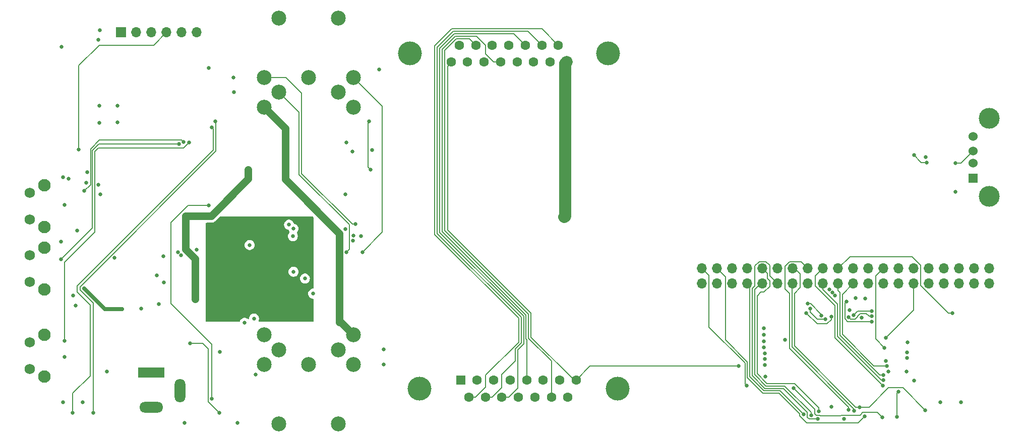
<source format=gbr>
%TF.GenerationSoftware,KiCad,Pcbnew,8.0.6*%
%TF.CreationDate,2024-10-18T08:00:21+02:00*%
%TF.ProjectId,key800,6b657938-3030-42e6-9b69-6361645f7063,1.06*%
%TF.SameCoordinates,Original*%
%TF.FileFunction,Copper,L4,Bot*%
%TF.FilePolarity,Positive*%
%FSLAX46Y46*%
G04 Gerber Fmt 4.6, Leading zero omitted, Abs format (unit mm)*
G04 Created by KiCad (PCBNEW 8.0.6) date 2024-10-18 08:00:21*
%MOMM*%
%LPD*%
G01*
G04 APERTURE LIST*
%TA.AperFunction,ComponentPad*%
%ADD10C,2.100000*%
%TD*%
%TA.AperFunction,ComponentPad*%
%ADD11C,1.750000*%
%TD*%
%TA.AperFunction,ComponentPad*%
%ADD12O,1.700000X1.700000*%
%TD*%
%TA.AperFunction,ComponentPad*%
%ADD13R,1.700000X1.700000*%
%TD*%
%TA.AperFunction,ComponentPad*%
%ADD14C,4.000000*%
%TD*%
%TA.AperFunction,ComponentPad*%
%ADD15R,1.600000X1.600000*%
%TD*%
%TA.AperFunction,ComponentPad*%
%ADD16C,1.600000*%
%TD*%
%TA.AperFunction,ComponentPad*%
%ADD17C,2.500000*%
%TD*%
%TA.AperFunction,ComponentPad*%
%ADD18R,4.400000X1.800000*%
%TD*%
%TA.AperFunction,ComponentPad*%
%ADD19O,4.000000X1.800000*%
%TD*%
%TA.AperFunction,ComponentPad*%
%ADD20O,1.800000X4.000000*%
%TD*%
%TA.AperFunction,ComponentPad*%
%ADD21R,1.524000X1.524000*%
%TD*%
%TA.AperFunction,ComponentPad*%
%ADD22C,1.524000*%
%TD*%
%TA.AperFunction,ComponentPad*%
%ADD23C,3.500000*%
%TD*%
%TA.AperFunction,ViaPad*%
%ADD24C,0.660400*%
%TD*%
%TA.AperFunction,Conductor*%
%ADD25C,2.000000*%
%TD*%
%TA.AperFunction,Conductor*%
%ADD26C,0.203200*%
%TD*%
%TA.AperFunction,Conductor*%
%ADD27C,1.270000*%
%TD*%
%TA.AperFunction,Conductor*%
%ADD28C,0.700000*%
%TD*%
G04 APERTURE END LIST*
D10*
%TO.P,SW1,*%
%TO.N,*%
X-40593000Y-70259000D03*
X-40593000Y-63249000D03*
D11*
%TO.P,SW1,1,A*%
%TO.N,GND*%
X-43083000Y-69009000D03*
%TO.P,SW1,2,B*%
%TO.N,BTN1*%
X-43083000Y-64509000D03*
%TD*%
D12*
%TO.P,P1,1,Pin_1*%
%TO.N,+3V3*%
X118100000Y-54600000D03*
%TO.P,P1,2,Pin_2*%
%TO.N,+5V*%
X118100000Y-52060000D03*
%TO.P,P1,3,Pin_3*%
%TO.N,/GPIO2_Q00*%
X115560000Y-54600000D03*
%TO.P,P1,4,Pin_4*%
%TO.N,+5V*%
X115560000Y-52060000D03*
%TO.P,P1,5,Pin_5*%
%TO.N,/GPIO3_Q01*%
X113020000Y-54600000D03*
%TO.P,P1,6,Pin_6*%
%TO.N,GND*%
X113020000Y-52060000D03*
%TO.P,P1,7,Pin_7*%
%TO.N,/GPIO4_Q02*%
X110480000Y-54600000D03*
%TO.P,P1,8,Pin_8*%
%TO.N,PI_TxD*%
X110480000Y-52060000D03*
%TO.P,P1,9,Pin_9*%
%TO.N,GND*%
X107940000Y-54600000D03*
%TO.P,P1,10,Pin_10*%
%TO.N,PI_RxD*%
X107940000Y-52060000D03*
%TO.P,P1,11,Pin_11*%
%TO.N,/GPIO17_psync*%
X105400000Y-54600000D03*
%TO.P,P1,12,Pin_12*%
%TO.N,/GPIO18_Version*%
X105400000Y-52060000D03*
%TO.P,P1,13,Pin_13*%
%TO.N,/GPIO27_genlock*%
X102860000Y-54600000D03*
%TO.P,P1,14,Pin_14*%
%TO.N,GND*%
X102860000Y-52060000D03*
%TO.P,P1,15,Pin_15*%
%TO.N,/GPIO22_analog*%
X100320000Y-54600000D03*
%TO.P,P1,16,Pin_16*%
%TO.N,/GPIO23_csync*%
X100320000Y-52060000D03*
%TO.P,P1,17,Pin_17*%
%TO.N,+3V3*%
X97780000Y-54600000D03*
%TO.P,P1,18,Pin_18*%
%TO.N,/GPIO24_mux*%
X97780000Y-52060000D03*
%TO.P,P1,19,Pin_19*%
%TO.N,/GPIO10_Q08*%
X95240000Y-54600000D03*
%TO.P,P1,20,Pin_20*%
%TO.N,GND*%
X95240000Y-52060000D03*
%TO.P,P1,21,Pin_21*%
%TO.N,/GPIO9_Q07*%
X92700000Y-54600000D03*
%TO.P,P1,22,Pin_22*%
%TO.N,/GPIO25_mode7*%
X92700000Y-52060000D03*
%TO.P,P1,23,Pin_23*%
%TO.N,/GPIO11_Q09*%
X90160000Y-54600000D03*
%TO.P,P1,24,Pin_24*%
%TO.N,/GPIO8_Q06*%
X90160000Y-52060000D03*
%TO.P,P1,25,Pin_25*%
%TO.N,GND*%
X87620000Y-54600000D03*
%TO.P,P1,26,Pin_26*%
%TO.N,/GPIO7_Q05*%
X87620000Y-52060000D03*
%TO.P,P1,27,Pin_27*%
%TO.N,/GPIO0_sp_data*%
X85080000Y-54600000D03*
%TO.P,P1,28,Pin_28*%
%TO.N,/GPIO1_sp_clken*%
X85080000Y-52060000D03*
%TO.P,P1,29,Pin_29*%
%TO.N,/GPIO5_Q03*%
X82540000Y-54600000D03*
%TO.P,P1,30,Pin_30*%
%TO.N,GND*%
X82540000Y-52060000D03*
%TO.P,P1,31,Pin_31*%
%TO.N,/GPIO6_Q04*%
X80000000Y-54600000D03*
%TO.P,P1,32,Pin_32*%
%TO.N,/GPIO12_Q10*%
X80000000Y-52060000D03*
%TO.P,P1,33,Pin_33*%
%TO.N,/GPIO13_Q11*%
X77460000Y-54600000D03*
%TO.P,P1,34,Pin_34*%
%TO.N,GND*%
X77460000Y-52060000D03*
%TO.P,P1,35,Pin_35*%
%TO.N,BTN3*%
X74920000Y-54600000D03*
%TO.P,P1,36,Pin_36*%
%TO.N,BTN1*%
X74920000Y-52060000D03*
%TO.P,P1,37,Pin_37*%
%TO.N,BTN2*%
X72380000Y-54600000D03*
%TO.P,P1,38,Pin_38*%
%TO.N,/GPIO20_sp_clk*%
X72380000Y-52060000D03*
%TO.P,P1,39,Pin_39*%
%TO.N,GND*%
X69840000Y-54600000D03*
%TO.P,P1,40,Pin_40*%
%TO.N,/GPIO21_clk*%
X69840000Y-52060000D03*
%TD*%
D13*
%TO.P,J3,1,Pin_1*%
%TO.N,+3V3*%
X-27716000Y-12367000D03*
D12*
%TO.P,J3,2,Pin_2*%
%TO.N,ESP32_TXD*%
X-25176000Y-12367000D03*
%TO.P,J3,3,Pin_3*%
%TO.N,ESP32_RXD*%
X-22636000Y-12367000D03*
%TO.P,J3,4,Pin_4*%
%TO.N,ESP32_IO0*%
X-20096000Y-12367000D03*
%TO.P,J3,5,Pin_5*%
%TO.N,ESP32_EN*%
X-17556000Y-12367000D03*
%TO.P,J3,6,Pin_6*%
%TO.N,GND*%
X-15016000Y-12367000D03*
%TD*%
D14*
%TO.P,J6,0,PAD*%
%TO.N,GND*%
X22352000Y-72270000D03*
X55652000Y-72270000D03*
D15*
%TO.P,J6,1,1*%
%TO.N,Net-(D13-A)*%
X29307000Y-70850000D03*
D16*
%TO.P,J6,2,2*%
%TO.N,GND*%
X32077000Y-70850000D03*
%TO.P,J6,3,3*%
%TO.N,unconnected-(J6-Pad3)*%
X34847000Y-70850000D03*
%TO.P,J6,4,4*%
%TO.N,unconnected-(J6-Pad4)*%
X37617000Y-70850000D03*
%TO.P,J6,5,5*%
%TO.N,/Video*%
X40387000Y-70850000D03*
%TO.P,J6,6,6*%
%TO.N,unconnected-(J6-Pad6)*%
X43157000Y-70850000D03*
%TO.P,J6,7,7*%
%TO.N,GND*%
X45927000Y-70850000D03*
%TO.P,J6,8,8*%
%TO.N,/SYNC*%
X48697000Y-70850000D03*
%TO.P,J6,9,P9*%
%TO.N,/B3*%
X30692000Y-73690000D03*
%TO.P,J6,10,P10*%
%TO.N,/G3*%
X33462000Y-73690000D03*
%TO.P,J6,11,P111*%
%TO.N,/R3*%
X36232000Y-73690000D03*
%TO.P,J6,12,P12*%
%TO.N,unconnected-(J6-P12-Pad12)*%
X39002000Y-73690000D03*
%TO.P,J6,13,P13*%
%TO.N,unconnected-(J6-P13-Pad13)*%
X41772000Y-73690000D03*
%TO.P,J6,14,P14*%
%TO.N,/LF*%
X44542000Y-73690000D03*
%TO.P,J6,15,P15*%
%TO.N,unconnected-(J6-P15-Pad15)*%
X47312000Y-73690000D03*
%TD*%
D10*
%TO.P,SW3,*%
%TO.N,*%
X-40593000Y-55600000D03*
X-40593000Y-48590000D03*
D11*
%TO.P,SW3,1,A*%
%TO.N,GND*%
X-43083000Y-54350000D03*
%TO.P,SW3,2,B*%
%TO.N,BTN3*%
X-43083000Y-49850000D03*
%TD*%
D10*
%TO.P,SW2,*%
%TO.N,*%
X-40593000Y-45100000D03*
X-40593000Y-38090000D03*
D11*
%TO.P,SW2,1,A*%
%TO.N,GND*%
X-43083000Y-43850000D03*
%TO.P,SW2,2,B*%
%TO.N,BTN2*%
X-43083000Y-39350000D03*
%TD*%
D14*
%TO.P,J4,0,PAD*%
%TO.N,GND*%
X54042000Y-15930000D03*
X20742000Y-15930000D03*
D15*
%TO.P,J4,1,1*%
%TO.N,+24V*%
X47087000Y-17350000D03*
D16*
%TO.P,J4,2,2*%
%TO.N,GND*%
X44317000Y-17350000D03*
%TO.P,J4,3,3*%
%TO.N,unconnected-(J4-Pad3)*%
X41547000Y-17350000D03*
%TO.P,J4,4,4*%
%TO.N,unconnected-(J4-Pad4)*%
X38777000Y-17350000D03*
%TO.P,J4,5,5*%
%TO.N,/Video*%
X36007000Y-17350000D03*
%TO.P,J4,6,6*%
%TO.N,unconnected-(J4-Pad6)*%
X33237000Y-17350000D03*
%TO.P,J4,7,7*%
%TO.N,GND*%
X30467000Y-17350000D03*
%TO.P,J4,8,8*%
%TO.N,/SYNC*%
X27697000Y-17350000D03*
%TO.P,J4,9,P9*%
%TO.N,/B3*%
X45702000Y-14510000D03*
%TO.P,J4,10,P10*%
%TO.N,/G3*%
X42932000Y-14510000D03*
%TO.P,J4,11,P111*%
%TO.N,/R3*%
X40162000Y-14510000D03*
%TO.P,J4,12,P12*%
%TO.N,unconnected-(J4-P12-Pad12)*%
X37392000Y-14510000D03*
%TO.P,J4,13,P13*%
%TO.N,unconnected-(J4-P13-Pad13)*%
X34622000Y-14510000D03*
%TO.P,J4,14,P14*%
%TO.N,/LF*%
X31852000Y-14510000D03*
%TO.P,J4,15,P15*%
%TO.N,unconnected-(J4-P15-Pad15)*%
X29082000Y-14510000D03*
%TD*%
D17*
%TO.P,J1,1*%
%TO.N,/Keyboard/TxD_IN*%
X11300000Y-68231500D03*
%TO.P,J1,2*%
%TO.N,GND*%
X3800000Y-68231500D03*
%TO.P,J1,3*%
%TO.N,/Keyboard/RxD_IN*%
X-3700000Y-68231500D03*
%TO.P,J1,4*%
%TO.N,/Keyboard/TRxC_IN*%
X8800000Y-65731500D03*
%TO.P,J1,5*%
%TO.N,Net-(Q2-D)*%
X-1200000Y-65731500D03*
%TO.P,J1,6*%
%TO.N,+12V*%
X11300000Y-63231500D03*
%TO.P,J1,7*%
%TO.N,Net-(Q1-D)*%
X-3700000Y-63231500D03*
%TO.P,J1,8*%
%TO.N,N/C*%
X-1200000Y-78231500D03*
X8800000Y-78231500D03*
%TD*%
%TO.P,J2,1*%
%TO.N,/Keyboard/TxD_OUT*%
X-3702000Y-19939000D03*
%TO.P,J2,2*%
%TO.N,GND*%
X3798000Y-19939000D03*
%TO.P,J2,3*%
%TO.N,/Keyboard/RxD_OUT*%
X11298000Y-19939000D03*
%TO.P,J2,4*%
%TO.N,/Keyboard/TRxC_OUT*%
X-1202000Y-22439000D03*
%TO.P,J2,5*%
%TO.N,Net-(Q4-D)*%
X8798000Y-22439000D03*
%TO.P,J2,6*%
%TO.N,+12V*%
X-3702000Y-24939000D03*
%TO.P,J2,7*%
%TO.N,Net-(Q3-D)*%
X11298000Y-24939000D03*
%TO.P,J2,8*%
%TO.N,N/C*%
X8798000Y-9939000D03*
X-1202000Y-9939000D03*
%TD*%
D18*
%TO.P,J5,1*%
%TO.N,Net-(D14-A)*%
X-22650000Y-69600000D03*
D19*
%TO.P,J5,2*%
%TO.N,GND*%
X-22650000Y-75400000D03*
D20*
%TO.P,J5,3*%
%TO.N,unconnected-(J5-Pad3)*%
X-17850000Y-72600000D03*
%TD*%
D21*
%TO.P,USB1,1,VBUS*%
%TO.N,Net-(U2-VBUS)*%
X115350000Y-36850000D03*
D22*
%TO.P,USB1,2,D-*%
%TO.N,Net-(USB1-D-)*%
X115350000Y-34350000D03*
%TO.P,USB1,3,D+*%
%TO.N,Net-(USB1-D+)*%
X115350000Y-32350000D03*
%TO.P,USB1,4,GND*%
%TO.N,GND*%
X115350000Y-29850000D03*
D23*
%TO.P,USB1,5,Shield*%
X118060000Y-39920000D03*
X118060000Y-26780000D03*
%TD*%
D24*
%TO.N,/SYNC*%
X75979500Y-68501000D03*
%TO.N,/SPDATA*%
X102840000Y-72819000D03*
X102586000Y-77010000D03*
%TO.N,/SPCLK*%
X100109500Y-77073504D03*
X85239478Y-72195022D03*
%TO.N,/R3*%
X87600000Y-57960000D03*
X89900939Y-59970488D03*
%TO.N,/G3*%
X87981000Y-58849000D03*
X90562998Y-60605498D03*
%TO.N,/B3*%
X91547500Y-60172000D03*
X87346000Y-59547500D03*
%TO.N,/GPIO25_mode7*%
X111850000Y-59600000D03*
%TO.N,/GPIO0_sp_data*%
X95409252Y-76014717D03*
%TO.N,/GPIO20_sp_clk*%
X97147500Y-76905500D03*
%TO.N,/GPIO1_sp_clken*%
X107348500Y-75930500D03*
X96263733Y-75379707D03*
%TO.N,/GPIO17_psync*%
X100744500Y-63738500D03*
%TO.N,/GPIO21_clk*%
X77376500Y-71803000D03*
%TO.N,/GPIO2_Q00*%
X98370550Y-60990285D03*
X94100000Y-57600000D03*
%TO.N,/GPIO3_Q01*%
X98347211Y-60126989D03*
X94458000Y-60246000D03*
%TO.N,/GPIO4_Q02*%
X95305888Y-59894112D03*
X98331500Y-59230000D03*
%TO.N,/GPIO10_Q08*%
X100910069Y-68458532D03*
%TO.N,/GPIO9_Q07*%
X100305520Y-69996638D03*
%TO.N,/GPIO11_Q09*%
X100253712Y-70858685D03*
%TO.N,/GPIO8_Q06*%
X100236500Y-71739500D03*
%TO.N,/GPIO7_Q05*%
X94424985Y-75859082D03*
%TO.N,/GPIO5_Q03*%
X89297432Y-77390990D03*
%TO.N,/GPIO6_Q04*%
X88147139Y-76726714D03*
%TO.N,/GPIO12_Q10*%
X89417150Y-76120978D03*
%TO.N,/GPIO13_Q11*%
X86877127Y-76556929D03*
%TO.N,/GPIO23_csync*%
X100490500Y-65389500D03*
%TO.N,GND*%
X112373000Y-39195000D03*
X107420000Y-33353000D03*
X-35336000Y-58341000D03*
X-17048000Y-78026000D03*
X91700269Y-56145728D03*
X-28351000Y-24686000D03*
X-31399000Y-24686000D03*
X-17650004Y-49850004D03*
X105443500Y-70914000D03*
X92146579Y-56643759D03*
X-24350500Y-58849000D03*
X-18150000Y-49350004D03*
X-21366000Y-58087000D03*
X109850000Y-74600000D03*
X113350000Y-74600000D03*
X100682256Y-67625510D03*
X104300500Y-67104000D03*
X80424500Y-68310500D03*
X-37467000Y-36723000D03*
X-8158000Y-78026000D03*
X16400000Y-68200000D03*
X-5400000Y-60500000D03*
X-37749000Y-14780000D03*
X482498Y-44706349D03*
X104364000Y-64500500D03*
X-35082000Y-45704500D03*
X12600000Y-46600000D03*
X95664500Y-57071000D03*
X-33431000Y-35862000D03*
X-20543600Y-54392107D03*
X-37495000Y-74597000D03*
X9931729Y-39616271D03*
X11248068Y-47419000D03*
X-31208500Y-39608500D03*
X1240000Y-52626000D03*
X91192269Y-55637728D03*
X80361000Y-66342000D03*
X-31526000Y-13637000D03*
X-28800000Y-50300000D03*
X104300500Y-66151500D03*
X104173500Y-69390000D03*
X80234000Y-62151000D03*
X-21747000Y-53197500D03*
X80234008Y-63230500D03*
X80492513Y-70274487D03*
X-5150000Y-69929720D03*
X97260199Y-57134500D03*
X80234002Y-64309998D03*
X-6951500Y-61198500D03*
X-30129000Y-69390000D03*
X-35780500Y-56626500D03*
X93721421Y-77390990D03*
X-28351000Y-27480000D03*
X96670789Y-60320865D03*
X80424500Y-67294500D03*
X91547498Y-75335803D03*
X16400000Y-65700000D03*
X-20650000Y-50005000D03*
X-31399000Y-27607000D03*
X80234000Y-65326000D03*
X-34150000Y-74600000D03*
X15600000Y-18600000D03*
X-15031590Y-48943000D03*
X-8753000Y-22400000D03*
X-8880000Y-19987000D03*
X-12984000Y-18336000D03*
%TO.N,+5V*%
X-6380000Y-35481000D03*
X14194000Y-35481000D03*
X-15300000Y-57228000D03*
X13940000Y-27353000D03*
%TO.N,+24V*%
X46833000Y-40307000D03*
X46706000Y-43412500D03*
X46833000Y-41704000D03*
%TO.N,Net-(U7-VO)*%
X-9150000Y-49850000D03*
X-11400000Y-49600000D03*
X-12900000Y-55100000D03*
X-12900000Y-50100000D03*
X-12900000Y-59100000D03*
X-10900000Y-56100000D03*
X-6900000Y-57100000D03*
X-12800000Y-51800000D03*
X-11400000Y-47100000D03*
X-7400000Y-51600000D03*
X-8900000Y-58100000D03*
X-7900000Y-50100000D03*
X-4900000Y-55600000D03*
X-11900000Y-51600000D03*
X-4900000Y-51600000D03*
X-10900000Y-50600000D03*
X-10900000Y-58100000D03*
X-8900000Y-59100000D03*
X-12900000Y-57100000D03*
X-12900000Y-48100000D03*
X-6900000Y-58100000D03*
X-11400000Y-48100000D03*
X-6900000Y-56100000D03*
X-12900000Y-47100000D03*
X-12900000Y-56100000D03*
X-5900000Y-55100000D03*
X-10900000Y-51800000D03*
X-12900000Y-49100000D03*
X-6900000Y-54100000D03*
X-4900000Y-54100000D03*
X-10900000Y-57100000D03*
X-8900000Y-57100000D03*
X-10900000Y-55100000D03*
X-8900000Y-56100000D03*
X-10400000Y-49600000D03*
X-11900000Y-50600000D03*
X-10900000Y-54100000D03*
X-12900000Y-58100000D03*
X-10900000Y-59100000D03*
X-6900000Y-59100000D03*
X-12900000Y-54100000D03*
%TO.N,+3V3*%
X-11150000Y-66100000D03*
X-36542500Y-37005000D03*
X11146001Y-32433001D03*
X9978067Y-45417367D03*
X10130000Y-30909000D03*
X3145000Y-53769000D03*
X-37812500Y-47546000D03*
X14448000Y-32179000D03*
X-37241000Y-66977000D03*
X-6126000Y-48117500D03*
X1113000Y-46657000D03*
X94600000Y-59100000D03*
X1240000Y-45387000D03*
X-31574480Y-37972520D03*
X11281949Y-46556063D03*
X83758250Y-64087750D03*
X-33557998Y-37640000D03*
X101153137Y-69361637D03*
X4542000Y-56309000D03*
X-31282190Y-11996190D03*
X-37177500Y-41386500D03*
%TO.N,Net-(D3-A)*%
X-32400000Y-76350000D03*
X-11900000Y-27350000D03*
%TO.N,Net-(D5-A)*%
X-12476000Y-28369000D03*
X-35844000Y-76375000D03*
%TO.N,Net-(D7-A)*%
X-11206000Y-76375000D03*
X-16159000Y-64691000D03*
%TO.N,ESP32_IO0*%
X-34828000Y-32052000D03*
%TO.N,Net-(D9-A)*%
X-12984000Y-41450000D03*
X-12476000Y-73962000D03*
%TO.N,/Keyboard/TRxC_OUT*%
X10130000Y-49324000D03*
%TO.N,/Keyboard/RxD_OUT*%
X12797000Y-49324000D03*
%TO.N,/Keyboard/TxD_OUT*%
X11653998Y-44625000D03*
%TO.N,/Keyboard/USB_D+*%
X107547000Y-34242000D03*
X105416718Y-33000718D03*
%TO.N,Net-(U6-EN)*%
X-33939000Y-55420000D03*
X-27525500Y-58912500D03*
%TO.N,Net-(USB1-D+)*%
X112365000Y-34338000D03*
%TO.N,BTN3*%
X-18000000Y-31164990D03*
X-37800000Y-50500000D03*
%TO.N,BTN1*%
X-37200000Y-64200000D03*
X-16300000Y-30900000D03*
%TO.N,BTN2*%
X-33900000Y-39000000D03*
X-17234233Y-30765708D03*
%TD*%
D25*
%TO.N,+24V*%
X47087000Y-17350000D02*
X46833000Y-17604000D01*
X46833000Y-17604000D02*
X46833000Y-43285500D01*
X46833000Y-43285500D02*
X46706000Y-43412500D01*
D26*
%TO.N,/SYNC*%
X48350000Y-70850000D02*
X41100000Y-63600000D01*
X27100000Y-18100000D02*
X27697000Y-17503000D01*
X27697000Y-17503000D02*
X27697000Y-17350000D01*
X51046000Y-68501000D02*
X75979500Y-68501000D01*
X41100000Y-63600000D02*
X41100000Y-59600000D01*
X27100000Y-45600000D02*
X27100000Y-18100000D01*
X41100000Y-59600000D02*
X27100000Y-45600000D01*
X48697000Y-70850000D02*
X51046000Y-68501000D01*
X48697000Y-70850000D02*
X48350000Y-70850000D01*
%TO.N,/SPDATA*%
X102586000Y-77010000D02*
X102586000Y-73073000D01*
X102586000Y-73073000D02*
X102840000Y-72819000D01*
%TO.N,/SPCLK*%
X96842699Y-76270499D02*
X96357209Y-76755989D01*
X96357209Y-76755989D02*
X93243742Y-76755989D01*
X89729235Y-76882989D02*
X89602234Y-76755988D01*
X93243742Y-76755989D02*
X93116742Y-76882989D01*
X89602234Y-76755988D02*
X88992630Y-76755988D01*
X88782140Y-76545498D02*
X88782140Y-75737684D01*
X100109500Y-77073504D02*
X99306495Y-76270499D01*
X93116742Y-76882989D02*
X89729235Y-76882989D01*
X99306495Y-76270499D02*
X96842699Y-76270499D01*
X88992630Y-76755988D02*
X88782140Y-76545498D01*
X88782140Y-75737684D02*
X85239478Y-72195022D01*
%TO.N,/R3*%
X38244380Y-12592380D02*
X40162000Y-14510000D01*
X39912822Y-64759680D02*
X39912822Y-64137074D01*
X25779381Y-15028011D02*
X28215012Y-12592380D01*
X89900939Y-59793966D02*
X89900939Y-59970488D01*
X88066973Y-57960000D02*
X89900939Y-59793966D01*
X87600000Y-57960000D02*
X88066973Y-57960000D01*
X39912822Y-64137074D02*
X39880768Y-64105020D01*
X25779381Y-46003633D02*
X25779381Y-15028011D01*
X37363370Y-73690000D02*
X38882767Y-72170603D01*
X36232000Y-73690000D02*
X37363370Y-73690000D01*
X39880768Y-60105020D02*
X25779381Y-46003633D01*
X39880768Y-64105020D02*
X39880768Y-60105020D01*
X28215012Y-12592380D02*
X38244380Y-12592380D01*
X38882767Y-72170603D02*
X38882767Y-65789735D01*
X38882767Y-65789735D02*
X39912822Y-64759680D01*
%TO.N,/G3*%
X39506411Y-64305414D02*
X39474357Y-64273360D01*
X25372970Y-14859671D02*
X28046672Y-12185969D01*
X28046672Y-12185969D02*
X40607969Y-12185969D01*
X89165998Y-60605498D02*
X90562998Y-60605498D01*
X36165000Y-72118370D02*
X36165000Y-69898000D01*
X38476356Y-67586644D02*
X38476356Y-65621395D01*
X87981000Y-58849000D02*
X87981000Y-59420500D01*
X39506411Y-64591340D02*
X39506411Y-64305414D01*
X40607969Y-12185969D02*
X42932000Y-14510000D01*
X34593370Y-73690000D02*
X36165000Y-72118370D01*
X25372970Y-46171973D02*
X25372970Y-14859671D01*
X39474357Y-64273360D02*
X39474357Y-60273360D01*
X39474357Y-60273360D02*
X25372970Y-46171973D01*
X33462000Y-73690000D02*
X34593370Y-73690000D01*
X36165000Y-69898000D02*
X38476356Y-67586644D01*
X87981000Y-59420500D02*
X89165998Y-60605498D01*
X38476356Y-65621395D02*
X39506411Y-64591340D01*
%TO.N,/B3*%
X42971559Y-11779559D02*
X45702000Y-14510000D01*
X91547500Y-60638973D02*
X91547500Y-60172000D01*
X30285665Y-11779555D02*
X30285668Y-11779558D01*
X89160002Y-61361502D02*
X90824971Y-61361502D01*
X39067946Y-64441700D02*
X39067946Y-60441700D01*
X24966559Y-18553669D02*
X24966555Y-18553665D01*
X24966555Y-18553665D02*
X24966555Y-16146335D01*
X31823370Y-73690000D02*
X33498000Y-72015370D01*
X24966559Y-46340313D02*
X24966559Y-18553669D01*
X90824971Y-61361502D02*
X91547500Y-60638973D01*
X87346000Y-59547500D02*
X89160002Y-61361502D01*
X24966555Y-16146335D02*
X24966559Y-16146331D01*
X27878335Y-11779555D02*
X30285665Y-11779555D01*
X30285668Y-11779558D02*
X42971559Y-11779559D01*
X39067946Y-60441700D02*
X24966559Y-46340313D01*
X33498000Y-70025000D02*
X39074624Y-64448378D01*
X33498000Y-72015370D02*
X33498000Y-70025000D01*
X39074624Y-64448378D02*
X39067946Y-64441700D01*
X24966559Y-16146331D02*
X24966559Y-14658689D01*
X27878331Y-11779559D02*
X27878335Y-11779555D01*
X24966559Y-14658689D02*
X27845690Y-11779558D01*
X30692000Y-73690000D02*
X31823370Y-73690000D01*
X27845690Y-11779558D02*
X27878331Y-11779559D01*
%TO.N,/GPIO25_mode7*%
X106554801Y-51505695D02*
X105149106Y-50100000D01*
X105149106Y-50100000D02*
X94660000Y-50100000D01*
X111850000Y-59600000D02*
X111230894Y-59600000D01*
X111230894Y-59600000D02*
X106554801Y-54923907D01*
X106554801Y-54923907D02*
X106554801Y-51505695D01*
X94660000Y-50100000D02*
X92700000Y-52060000D01*
%TO.N,/GPIO0_sp_data*%
X95409252Y-75734003D02*
X95409252Y-76014717D01*
X84943589Y-65268340D02*
X95409252Y-75734003D01*
X84943589Y-54736411D02*
X84943589Y-65268340D01*
X85080000Y-54600000D02*
X84943589Y-54736411D01*
%TO.N,/GPIO20_sp_clk*%
X87411307Y-78026000D02*
X96027000Y-78026000D01*
X73765199Y-64056962D02*
X77465356Y-67757119D01*
X80075083Y-73054087D02*
X82762326Y-73054087D01*
X72380000Y-52060000D02*
X73765199Y-53445199D01*
X77465356Y-70444360D02*
X80075083Y-73054087D01*
X77465356Y-67757119D02*
X77465356Y-70444360D01*
X82762326Y-73054087D02*
X86242117Y-76533880D01*
X86242117Y-76856810D02*
X87411307Y-78026000D01*
X86242117Y-76533880D02*
X86242117Y-76856810D01*
X73765199Y-53445199D02*
X73765199Y-64056962D01*
X96027000Y-78026000D02*
X97147500Y-76905500D01*
%TO.N,/GPIO1_sp_clken*%
X107348500Y-75930500D02*
X103555200Y-72137200D01*
X97892188Y-75379707D02*
X96263733Y-75379707D01*
X85080000Y-52060000D02*
X85383000Y-52060000D01*
X86330000Y-55293000D02*
X85350000Y-56273000D01*
X103555200Y-72137200D02*
X101134695Y-72137200D01*
X85350000Y-65100000D02*
X95629707Y-75379707D01*
X86330000Y-53007000D02*
X86330000Y-55293000D01*
X85350000Y-56273000D02*
X85350000Y-65100000D01*
X101134695Y-72137200D02*
X97892188Y-75379707D01*
X95629707Y-75379707D02*
X96263733Y-75379707D01*
X85383000Y-52060000D02*
X86330000Y-53007000D01*
%TO.N,/GPIO17_psync*%
X100744500Y-63738500D02*
X105400000Y-59083000D01*
X105400000Y-59083000D02*
X105400000Y-54600000D01*
%TO.N,/GPIO21_clk*%
X70994801Y-61928801D02*
X77058946Y-67992946D01*
X70994801Y-53214801D02*
X70994801Y-61928801D01*
X69840000Y-52060000D02*
X70994801Y-53214801D01*
X77058946Y-67992946D02*
X77058946Y-71485446D01*
X77058946Y-71485446D02*
X77376500Y-71803000D01*
%TO.N,/GPIO2_Q00*%
X93822999Y-57877001D02*
X93822999Y-60550801D01*
X93822999Y-60550801D02*
X94262483Y-60990285D01*
X94262483Y-60990285D02*
X98370550Y-60990285D01*
X94100000Y-57600000D02*
X93822999Y-57877001D01*
%TO.N,/GPIO3_Q01*%
X97880238Y-60126989D02*
X98347211Y-60126989D01*
X94788199Y-60576199D02*
X95563603Y-60576199D01*
X95563603Y-60576199D02*
X95940889Y-60198913D01*
X94458000Y-60246000D02*
X94788199Y-60576199D01*
X95940889Y-60198913D02*
X95940889Y-60099861D01*
X95940889Y-60099861D02*
X96354894Y-59685856D01*
X96354894Y-59685856D02*
X97439105Y-59685856D01*
X97439105Y-59685856D02*
X97880238Y-60126989D01*
%TO.N,/GPIO4_Q02*%
X98331500Y-59230000D02*
X95970000Y-59230000D01*
X95970000Y-59230000D02*
X95305888Y-59894112D01*
%TO.N,/GPIO10_Q08*%
X93401735Y-63151735D02*
X98708532Y-68458532D01*
X95240000Y-54600000D02*
X93401735Y-56438265D01*
X93401735Y-56438265D02*
X93401735Y-63151735D01*
X98708532Y-68458532D02*
X100910069Y-68458532D01*
%TO.N,/GPIO9_Q07*%
X100305520Y-69996638D02*
X99671887Y-69996638D01*
X92700000Y-55802081D02*
X92700000Y-54600000D01*
X92995324Y-56097405D02*
X92700000Y-55802081D01*
X99671887Y-69996638D02*
X92995324Y-63320075D01*
X92995324Y-63320075D02*
X92995324Y-56097405D01*
%TO.N,/GPIO11_Q09*%
X100253712Y-70858685D02*
X99959183Y-70858685D01*
X90160000Y-55596982D02*
X90160000Y-54600000D01*
X99959183Y-70858685D02*
X92588913Y-63488415D01*
X92588913Y-63488415D02*
X92588913Y-58025895D01*
X92588913Y-58025895D02*
X90160000Y-55596982D01*
%TO.N,/GPIO8_Q06*%
X88870000Y-55019106D02*
X88870000Y-53350000D01*
X92182502Y-58331608D02*
X88870000Y-55019106D01*
X92182502Y-63685502D02*
X92182502Y-58331608D01*
X88870000Y-53350000D02*
X90160000Y-52060000D01*
X100236500Y-71739500D02*
X92182502Y-63685502D01*
%TO.N,/GPIO7_Q05*%
X94424985Y-75424985D02*
X94424985Y-75859082D01*
X87620000Y-52060000D02*
X86465199Y-50905199D01*
X86465199Y-50905199D02*
X84525695Y-50905199D01*
X84537178Y-65537178D02*
X94424985Y-75424985D01*
X83764589Y-51666305D02*
X83764589Y-55514589D01*
X84537178Y-56287178D02*
X84537178Y-65537178D01*
X83764589Y-55514589D02*
X84537178Y-56287178D01*
X84525695Y-50905199D02*
X83764589Y-51666305D01*
%TO.N,/GPIO5_Q03*%
X82540000Y-54600000D02*
X81213253Y-53273253D01*
X87512129Y-76252127D02*
X87512129Y-77063318D01*
X81213253Y-51564147D02*
X80554305Y-50905199D01*
X83501267Y-72241265D02*
X87512129Y-76252127D01*
X78710000Y-51640894D02*
X78710000Y-54986299D01*
X78278178Y-55418121D02*
X78278178Y-70107680D01*
X80554305Y-50905199D02*
X79445695Y-50905199D01*
X81213253Y-53273253D02*
X81213253Y-51564147D01*
X80411763Y-72241265D02*
X83501267Y-72241265D01*
X79445695Y-50905199D02*
X78710000Y-51640894D01*
X87512129Y-77063318D02*
X87839801Y-77390990D01*
X78278178Y-70107680D02*
X80411763Y-72241265D01*
X78710000Y-54986299D02*
X78278178Y-55418121D01*
X87839801Y-77390990D02*
X89297432Y-77390990D01*
%TO.N,/GPIO6_Q04*%
X78684589Y-69939340D02*
X80580103Y-71834854D01*
X88147139Y-76259741D02*
X88147139Y-76726714D01*
X79671050Y-54600000D02*
X78684589Y-55586461D01*
X78684589Y-55586461D02*
X78684589Y-69939340D01*
X80580103Y-71834854D02*
X83722252Y-71834854D01*
X80000000Y-54600000D02*
X79671050Y-54600000D01*
X83722252Y-71834854D02*
X88147139Y-76259741D01*
%TO.N,/GPIO12_Q10*%
X81250000Y-55059106D02*
X80254106Y-56055000D01*
X79091000Y-56690000D02*
X79091000Y-69771000D01*
X79726000Y-56055000D02*
X79091000Y-56690000D01*
X80810053Y-52870053D02*
X80810053Y-53700947D01*
X81250000Y-54140894D02*
X81250000Y-55059106D01*
X85370939Y-71428443D02*
X89417150Y-75474654D01*
X80000000Y-52060000D02*
X80810053Y-52870053D01*
X89417150Y-75474654D02*
X89417150Y-76120978D01*
X80748443Y-71428443D02*
X85370939Y-71428443D01*
X80810053Y-53700947D02*
X81250000Y-54140894D01*
X80254106Y-56055000D02*
X79726000Y-56055000D01*
X79091000Y-69771000D02*
X80748443Y-71428443D01*
%TO.N,/GPIO13_Q11*%
X82967876Y-72647676D02*
X86877127Y-76556929D01*
X77871767Y-55011767D02*
X77871767Y-70276020D01*
X80243423Y-72647676D02*
X82967876Y-72647676D01*
X77871767Y-70276020D02*
X80243423Y-72647676D01*
X77460000Y-54600000D02*
X77871767Y-55011767D01*
%TO.N,/GPIO23_csync*%
X99030000Y-53350000D02*
X100320000Y-52060000D01*
X99030000Y-63929000D02*
X99030000Y-53350000D01*
X100490500Y-65389500D02*
X99030000Y-63929000D01*
D27*
%TO.N,+5V*%
X-15300000Y-57228000D02*
X-15300000Y-50470770D01*
X-15300000Y-50470770D02*
X-16921000Y-48849770D01*
X-16921000Y-48849770D02*
X-16921000Y-43228000D01*
D26*
X13736801Y-27556199D02*
X13940000Y-27353000D01*
X13736801Y-35023801D02*
X13736801Y-27556199D01*
X14194000Y-35481000D02*
X13736801Y-35023801D01*
D27*
X-6380000Y-37005000D02*
X-6380000Y-35481000D01*
X-12603000Y-43228000D02*
X-6380000Y-37005000D01*
X-16921000Y-43228000D02*
X-12603000Y-43228000D01*
D26*
%TO.N,Net-(D3-A)*%
X-11794200Y-32349160D02*
X-34593809Y-55148769D01*
X-11794200Y-27455800D02*
X-11794200Y-32349160D01*
X-11900000Y-27350000D02*
X-11794200Y-27455800D01*
X-34593809Y-55148769D02*
X-34593809Y-55691231D01*
X-34593809Y-55691231D02*
X-32400000Y-57885040D01*
X-32400000Y-57885040D02*
X-32400000Y-76350000D01*
%TO.N,Net-(D5-A)*%
X-12222000Y-32179000D02*
X-12222000Y-28623000D01*
X-35844000Y-76375000D02*
X-35844000Y-73073000D01*
X-12222000Y-28623000D02*
X-12476000Y-28369000D01*
X-35082000Y-55039000D02*
X-12222000Y-32179000D01*
X-35844000Y-73073000D02*
X-32923000Y-70152000D01*
X-32923000Y-58214000D02*
X-35082000Y-56055000D01*
X-35082000Y-56055000D02*
X-35082000Y-55039000D01*
X-32923000Y-70152000D02*
X-32923000Y-58214000D01*
%TO.N,Net-(D7-A)*%
X-13111000Y-65580000D02*
X-13111000Y-74470000D01*
X-14000000Y-64691000D02*
X-13111000Y-65580000D01*
X-16159000Y-64691000D02*
X-14000000Y-64691000D01*
X-13111000Y-74470000D02*
X-11206000Y-76375000D01*
%TO.N,ESP32_IO0*%
X-31399000Y-14526000D02*
X-22255000Y-14526000D01*
X-34828000Y-32052000D02*
X-34828000Y-17955000D01*
X-34828000Y-17955000D02*
X-31399000Y-14526000D01*
X-22255000Y-14526000D02*
X-20096000Y-12367000D01*
%TO.N,Net-(D9-A)*%
X-12476000Y-64818000D02*
X-19334000Y-57960000D01*
X-19334000Y-44311922D02*
X-16472078Y-41450000D01*
X-16472078Y-41450000D02*
X-12984000Y-41450000D01*
X-19334000Y-57960000D02*
X-19334000Y-44311922D01*
X-12476000Y-73962000D02*
X-12476000Y-64818000D01*
%TO.N,/Keyboard/TRxC_OUT*%
X10613068Y-48840932D02*
X10130000Y-49324000D01*
X10613068Y-44687818D02*
X10613068Y-48840932D01*
X2193589Y-36268340D02*
X10613068Y-44687818D01*
X-1202000Y-22439000D02*
X2193589Y-25834589D01*
X2193589Y-25834589D02*
X2193589Y-36268340D01*
%TO.N,/Keyboard/RxD_OUT*%
X16160189Y-45960811D02*
X12797000Y-49324000D01*
X11298000Y-19939000D02*
X16160189Y-24801189D01*
X16160189Y-24801189D02*
X16160189Y-45960811D01*
%TO.N,/Keyboard/TxD_OUT*%
X2600000Y-22600000D02*
X2600000Y-36100000D01*
X2600000Y-36100000D02*
X11125000Y-44625000D01*
X11125000Y-44625000D02*
X11653998Y-44625000D01*
X-61000Y-19939000D02*
X2600000Y-22600000D01*
X-3702000Y-19939000D02*
X-61000Y-19939000D01*
%TO.N,/Keyboard/USB_D+*%
X105416718Y-33000718D02*
X106658000Y-34242000D01*
X106658000Y-34242000D02*
X107547000Y-34242000D01*
D28*
%TO.N,Net-(U6-EN)*%
X-30446500Y-58912500D02*
X-27525500Y-58912500D01*
X-33939000Y-55420000D02*
X-30446500Y-58912500D01*
D26*
%TO.N,Net-(USB1-D+)*%
X115350000Y-32350000D02*
X113362000Y-34338000D01*
X113362000Y-34338000D02*
X112365000Y-34338000D01*
%TO.N,BTN3*%
X-37800000Y-50500000D02*
X-32542000Y-45242000D01*
X-32542000Y-32216750D02*
X-31490240Y-31164990D01*
X-32542000Y-45242000D02*
X-32542000Y-32216750D01*
X-31490240Y-31164990D02*
X-18000000Y-31164990D01*
%TO.N,BTN1*%
X-32161000Y-45961000D02*
X-32161000Y-32410500D01*
X-31550500Y-31800000D02*
X-17200000Y-31800000D01*
X-32161000Y-32410500D02*
X-31550500Y-31800000D01*
X-17200000Y-31800000D02*
X-16300000Y-30900000D01*
X-37200000Y-51000000D02*
X-32161000Y-45961000D01*
X-37200000Y-64200000D02*
X-37200000Y-51000000D01*
%TO.N,BTN2*%
X-31335509Y-30435509D02*
X-17564432Y-30435509D01*
X-32849200Y-31949200D02*
X-31335509Y-30435509D01*
X-33900000Y-39000000D02*
X-32849200Y-37949200D01*
X-32849200Y-37949200D02*
X-32849200Y-31949200D01*
X-17564432Y-30435509D02*
X-17234233Y-30765708D01*
%TO.N,/LF*%
X40693590Y-63768340D02*
X40693590Y-59768340D01*
X30747199Y-13405199D02*
X31852000Y-14510000D01*
X28551695Y-13405199D02*
X30747199Y-13405199D01*
X44542000Y-67616750D02*
X40693590Y-63768340D01*
X26592199Y-45666949D02*
X26592199Y-15364695D01*
X26592199Y-15364695D02*
X28551695Y-13405199D01*
X40693590Y-59768340D02*
X26592199Y-45666949D01*
X44542000Y-73690000D02*
X44542000Y-67616750D01*
%TO.N,/Video*%
X33517199Y-14540093D02*
X33517199Y-15991569D01*
X40287179Y-63936680D02*
X40287179Y-59936680D01*
X28383352Y-12998791D02*
X31975897Y-12998791D01*
X40287179Y-59936680D02*
X26185792Y-45835293D01*
X26185792Y-15196351D02*
X28383352Y-12998791D01*
X40387000Y-64036501D02*
X40287179Y-63936680D01*
X31975897Y-12998791D02*
X33517199Y-14540093D01*
X34875630Y-17350000D02*
X36007000Y-17350000D01*
X40387000Y-70850000D02*
X40387000Y-64036501D01*
X33517199Y-15991569D02*
X34875630Y-17350000D01*
X26185792Y-45835293D02*
X26185792Y-15196351D01*
D27*
%TO.N,+12V*%
X8961599Y-61100000D02*
X9168500Y-61100000D01*
X-3702000Y-24939000D02*
X-164000Y-28477000D01*
X8961599Y-46172365D02*
X8961599Y-61100000D01*
X-164000Y-37046766D02*
X8961599Y-46172365D01*
X9168500Y-61100000D02*
X11300000Y-63231500D01*
X-164000Y-28477000D02*
X-164000Y-37046766D01*
%TD*%
%TA.AperFunction,Conductor*%
%TO.N,Net-(U7-VO)*%
G36*
X4488012Y-43320002D02*
G01*
X4508986Y-43336905D01*
X4563095Y-43391014D01*
X4597121Y-43453326D01*
X4600000Y-43480109D01*
X4600000Y-55344300D01*
X4579998Y-55412421D01*
X4526342Y-55458914D01*
X4474000Y-55470300D01*
X4453849Y-55470300D01*
X4281399Y-55506955D01*
X4120339Y-55578663D01*
X3977706Y-55682292D01*
X3859740Y-55813308D01*
X3859738Y-55813310D01*
X3771590Y-55965988D01*
X3771586Y-55965995D01*
X3717110Y-56133658D01*
X3698680Y-56309000D01*
X3717110Y-56484341D01*
X3771586Y-56652004D01*
X3771590Y-56652011D01*
X3859738Y-56804689D01*
X3859740Y-56804691D01*
X3977706Y-56935707D01*
X3977709Y-56935709D01*
X4120340Y-57039337D01*
X4281400Y-57111045D01*
X4453849Y-57147700D01*
X4474000Y-57147700D01*
X4542121Y-57167702D01*
X4588614Y-57221358D01*
X4600000Y-57273700D01*
X4600000Y-60874000D01*
X4579998Y-60942121D01*
X4526342Y-60988614D01*
X4474000Y-61000000D01*
X-4507174Y-61000000D01*
X-4575295Y-60979998D01*
X-4621788Y-60926342D01*
X-4631892Y-60856068D01*
X-4627007Y-60835064D01*
X-4584036Y-60702810D01*
X-4575109Y-60675336D01*
X-4556680Y-60500000D01*
X-4575109Y-60324664D01*
X-4578775Y-60313382D01*
X-4629587Y-60156995D01*
X-4629591Y-60156988D01*
X-4717739Y-60004310D01*
X-4717741Y-60004308D01*
X-4835707Y-59873292D01*
X-4978340Y-59769663D01*
X-5139400Y-59697955D01*
X-5311849Y-59661300D01*
X-5488151Y-59661300D01*
X-5660601Y-59697955D01*
X-5821661Y-59769663D01*
X-5964294Y-59873292D01*
X-6082260Y-60004308D01*
X-6082262Y-60004310D01*
X-6170410Y-60156988D01*
X-6170414Y-60156995D01*
X-6224890Y-60324658D01*
X-6224891Y-60324662D01*
X-6224891Y-60324664D01*
X-6237726Y-60446780D01*
X-6264740Y-60512437D01*
X-6322962Y-60553066D01*
X-6393907Y-60555769D01*
X-6437097Y-60535545D01*
X-6529840Y-60468163D01*
X-6690900Y-60396455D01*
X-6863349Y-60359800D01*
X-7039651Y-60359800D01*
X-7212101Y-60396455D01*
X-7373161Y-60468163D01*
X-7515794Y-60571792D01*
X-7633760Y-60702808D01*
X-7633762Y-60702810D01*
X-7721910Y-60855488D01*
X-7721915Y-60855498D01*
X-7740576Y-60912935D01*
X-7780649Y-60971541D01*
X-7846045Y-60999179D01*
X-7860409Y-61000000D01*
X-13374000Y-61000000D01*
X-13442121Y-60979998D01*
X-13488614Y-60926342D01*
X-13500000Y-60874000D01*
X-13500000Y-53769000D01*
X2301680Y-53769000D01*
X2320110Y-53944341D01*
X2374586Y-54112004D01*
X2374590Y-54112011D01*
X2462738Y-54264689D01*
X2462740Y-54264691D01*
X2580706Y-54395707D01*
X2580709Y-54395709D01*
X2723340Y-54499337D01*
X2884400Y-54571045D01*
X3056849Y-54607700D01*
X3233151Y-54607700D01*
X3405600Y-54571045D01*
X3566660Y-54499337D01*
X3709291Y-54395709D01*
X3827260Y-54264691D01*
X3915411Y-54112009D01*
X3969891Y-53944336D01*
X3988320Y-53769000D01*
X3969891Y-53593664D01*
X3966225Y-53582382D01*
X3915413Y-53425995D01*
X3915409Y-53425988D01*
X3827261Y-53273310D01*
X3827259Y-53273308D01*
X3709293Y-53142292D01*
X3566660Y-53038663D01*
X3405600Y-52966955D01*
X3233151Y-52930300D01*
X3056849Y-52930300D01*
X2884399Y-52966955D01*
X2723339Y-53038663D01*
X2580706Y-53142292D01*
X2462740Y-53273308D01*
X2462738Y-53273310D01*
X2374590Y-53425988D01*
X2374586Y-53425995D01*
X2320110Y-53593658D01*
X2301680Y-53769000D01*
X-13500000Y-53769000D01*
X-13500000Y-52626000D01*
X396680Y-52626000D01*
X415110Y-52801341D01*
X469586Y-52969004D01*
X469590Y-52969011D01*
X557738Y-53121689D01*
X557740Y-53121691D01*
X675706Y-53252707D01*
X675709Y-53252709D01*
X818340Y-53356337D01*
X979400Y-53428045D01*
X1151849Y-53464700D01*
X1328151Y-53464700D01*
X1500600Y-53428045D01*
X1661660Y-53356337D01*
X1804291Y-53252709D01*
X1922260Y-53121691D01*
X2010411Y-52969009D01*
X2011079Y-52966955D01*
X2064889Y-52801341D01*
X2064891Y-52801336D01*
X2083320Y-52626000D01*
X2064891Y-52450664D01*
X2061225Y-52439382D01*
X2010413Y-52282995D01*
X2010409Y-52282988D01*
X1922261Y-52130310D01*
X1922259Y-52130308D01*
X1804293Y-51999292D01*
X1661660Y-51895663D01*
X1500600Y-51823955D01*
X1328151Y-51787300D01*
X1151849Y-51787300D01*
X979399Y-51823955D01*
X818339Y-51895663D01*
X675706Y-51999292D01*
X557740Y-52130308D01*
X557738Y-52130310D01*
X469590Y-52282988D01*
X469586Y-52282995D01*
X415110Y-52450658D01*
X396680Y-52626000D01*
X-13500000Y-52626000D01*
X-13500000Y-48117500D01*
X-6969320Y-48117500D01*
X-6955347Y-48250445D01*
X-6950890Y-48292841D01*
X-6896414Y-48460504D01*
X-6896410Y-48460511D01*
X-6808262Y-48613189D01*
X-6808260Y-48613191D01*
X-6690294Y-48744207D01*
X-6690291Y-48744209D01*
X-6547660Y-48847837D01*
X-6386600Y-48919545D01*
X-6214151Y-48956200D01*
X-6037849Y-48956200D01*
X-5865400Y-48919545D01*
X-5704340Y-48847837D01*
X-5561709Y-48744209D01*
X-5443740Y-48613191D01*
X-5355589Y-48460509D01*
X-5301109Y-48292836D01*
X-5282680Y-48117500D01*
X-5301109Y-47942164D01*
X-5323984Y-47871761D01*
X-5355587Y-47774495D01*
X-5355591Y-47774488D01*
X-5443739Y-47621810D01*
X-5443741Y-47621808D01*
X-5561707Y-47490792D01*
X-5704340Y-47387163D01*
X-5865400Y-47315455D01*
X-6037849Y-47278800D01*
X-6214151Y-47278800D01*
X-6386601Y-47315455D01*
X-6547661Y-47387163D01*
X-6690294Y-47490792D01*
X-6808260Y-47621808D01*
X-6808262Y-47621810D01*
X-6896410Y-47774488D01*
X-6896414Y-47774495D01*
X-6950890Y-47942158D01*
X-6950891Y-47942162D01*
X-6950891Y-47942164D01*
X-6969320Y-48117500D01*
X-13500000Y-48117500D01*
X-13500000Y-44706349D01*
X-360822Y-44706349D01*
X-350668Y-44802960D01*
X-342392Y-44881690D01*
X-287916Y-45049353D01*
X-287912Y-45049360D01*
X-199764Y-45202038D01*
X-199762Y-45202040D01*
X-81796Y-45333056D01*
X-81793Y-45333058D01*
X60838Y-45436686D01*
X221898Y-45508394D01*
X339459Y-45533382D01*
X401932Y-45567110D01*
X433095Y-45617693D01*
X469586Y-45730004D01*
X469590Y-45730011D01*
X560362Y-45887234D01*
X577100Y-45956230D01*
X553879Y-46023322D01*
X544879Y-46034544D01*
X430739Y-46161308D01*
X430738Y-46161310D01*
X342590Y-46313988D01*
X342586Y-46313995D01*
X288110Y-46481658D01*
X269680Y-46657000D01*
X288110Y-46832341D01*
X342586Y-47000004D01*
X342590Y-47000011D01*
X430738Y-47152689D01*
X430740Y-47152691D01*
X548706Y-47283707D01*
X592403Y-47315455D01*
X691340Y-47387337D01*
X852400Y-47459045D01*
X1024849Y-47495700D01*
X1201151Y-47495700D01*
X1373600Y-47459045D01*
X1534660Y-47387337D01*
X1677291Y-47283709D01*
X1795260Y-47152691D01*
X1883411Y-47000009D01*
X1937891Y-46832336D01*
X1956320Y-46657000D01*
X1937891Y-46481664D01*
X1934225Y-46470382D01*
X1883413Y-46313995D01*
X1883409Y-46313988D01*
X1792638Y-46156766D01*
X1775900Y-46087770D01*
X1799121Y-46020678D01*
X1808121Y-46009456D01*
X1922260Y-45882691D01*
X1922261Y-45882689D01*
X2010411Y-45730009D01*
X2064891Y-45562336D01*
X2083320Y-45387000D01*
X2064891Y-45211664D01*
X2049945Y-45165664D01*
X2010413Y-45043995D01*
X2010409Y-45043988D01*
X1922261Y-44891310D01*
X1922259Y-44891308D01*
X1804293Y-44760292D01*
X1661660Y-44656663D01*
X1500600Y-44584955D01*
X1500599Y-44584954D01*
X1500595Y-44584953D01*
X1383038Y-44559965D01*
X1320564Y-44526237D01*
X1289402Y-44475654D01*
X1252912Y-44363347D01*
X1252909Y-44363342D01*
X1252909Y-44363340D01*
X1164758Y-44210658D01*
X1154959Y-44199775D01*
X1046791Y-44079641D01*
X904158Y-43976012D01*
X743098Y-43904304D01*
X570649Y-43867649D01*
X394347Y-43867649D01*
X221897Y-43904304D01*
X60837Y-43976012D01*
X-81796Y-44079641D01*
X-199762Y-44210657D01*
X-199764Y-44210659D01*
X-287912Y-44363337D01*
X-287916Y-44363344D01*
X-342392Y-44531007D01*
X-342393Y-44531011D01*
X-342393Y-44531013D01*
X-360822Y-44706349D01*
X-13500000Y-44706349D01*
X-13500000Y-44497500D01*
X-13479998Y-44429379D01*
X-13426342Y-44382886D01*
X-13374000Y-44371500D01*
X-12513006Y-44371500D01*
X-12513004Y-44371500D01*
X-12335230Y-44343344D01*
X-12198454Y-44298902D01*
X-12164048Y-44287723D01*
X-12003675Y-44206009D01*
X-11858059Y-44100213D01*
X-11094750Y-43336903D01*
X-11032439Y-43302880D01*
X-11005656Y-43300000D01*
X4419891Y-43300000D01*
X4488012Y-43320002D01*
G37*
%TD.AperFunction*%
%TD*%
M02*

</source>
